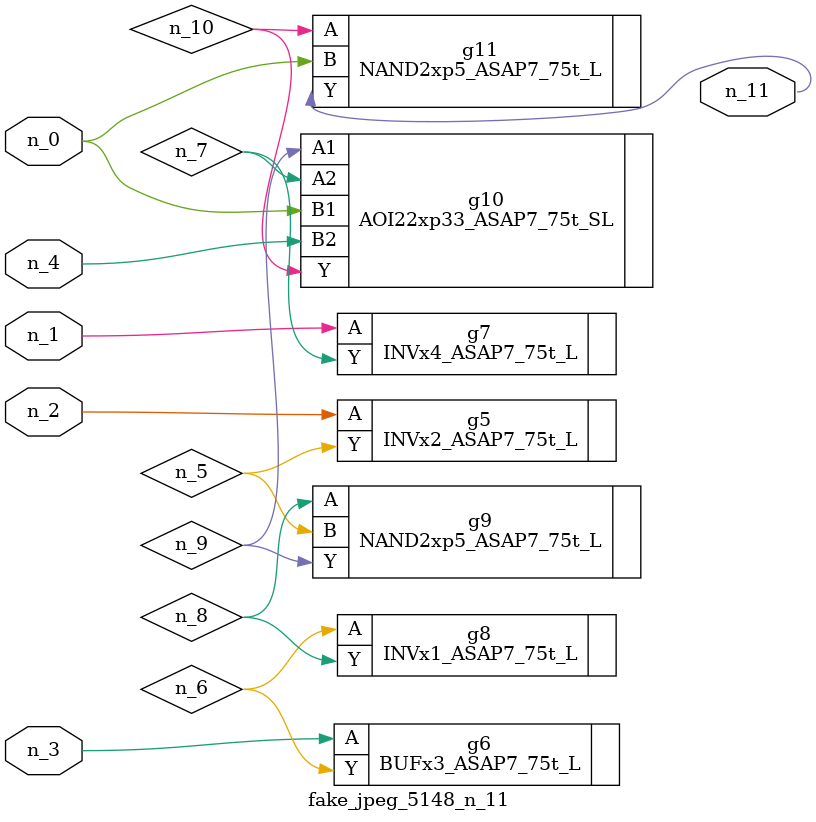
<source format=v>
module fake_jpeg_5148_n_11 (n_3, n_2, n_1, n_0, n_4, n_11);

input n_3;
input n_2;
input n_1;
input n_0;
input n_4;

output n_11;

wire n_10;
wire n_8;
wire n_9;
wire n_6;
wire n_5;
wire n_7;

INVx2_ASAP7_75t_L g5 ( 
.A(n_2),
.Y(n_5)
);

BUFx3_ASAP7_75t_L g6 ( 
.A(n_3),
.Y(n_6)
);

INVx4_ASAP7_75t_L g7 ( 
.A(n_1),
.Y(n_7)
);

INVx1_ASAP7_75t_L g8 ( 
.A(n_6),
.Y(n_8)
);

NAND2xp5_ASAP7_75t_L g9 ( 
.A(n_8),
.B(n_5),
.Y(n_9)
);

AOI22xp33_ASAP7_75t_SL g10 ( 
.A1(n_9),
.A2(n_7),
.B1(n_0),
.B2(n_4),
.Y(n_10)
);

NAND2xp5_ASAP7_75t_L g11 ( 
.A(n_10),
.B(n_0),
.Y(n_11)
);


endmodule
</source>
